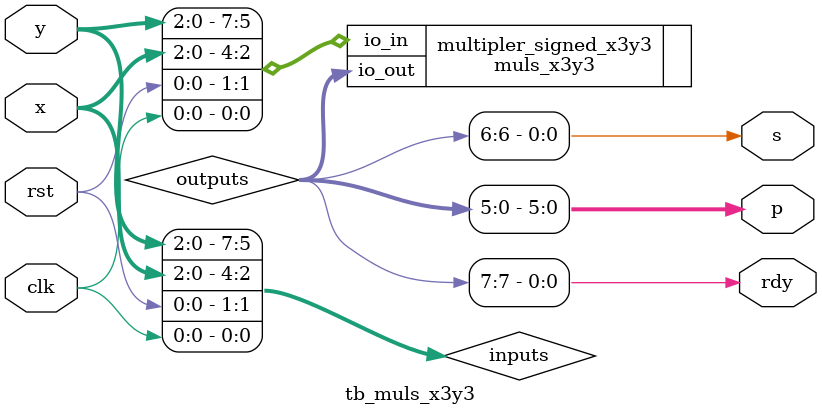
<source format=v>
`default_nettype none
`timescale 1ns/1ps

/*
this testbench just instantiates the module and makes some convenient wires
that can be driven / tested by the cocotb test.py
*/

module tb_muls_x3y3 (
    // testbench is controlled by test.py
    input clk,
    input rst,
    input [2:0] x,
    input [2:0] y,
    output [5:0] p,
    output s,
    output rdy
   );

    // this part dumps the trace to a vcd file that can be viewed with GTKWave
    initial begin
        $dumpfile ("tb_muls_x3y3.vcd");
        $dumpvars (0, tb_muls_x3y3);
        #1;
    end

    // wire up the inputs and outputs
    wire [7:0] inputs = {{y}, {x}, rst, clk};
    wire [7:0] outputs;
    assign p = outputs[5:0];
    assign s = outputs[6];
    assign rdy = outputs[7];

    // instantiate the DUT
    muls_x3y3 multipler_signed_x3y3(
`ifdef GL_TEST
        .vccd1( 1'b1),
        .vssd1( 1'b0),
`endif
        .io_in  (inputs),
        .io_out (outputs)
    );

endmodule

</source>
